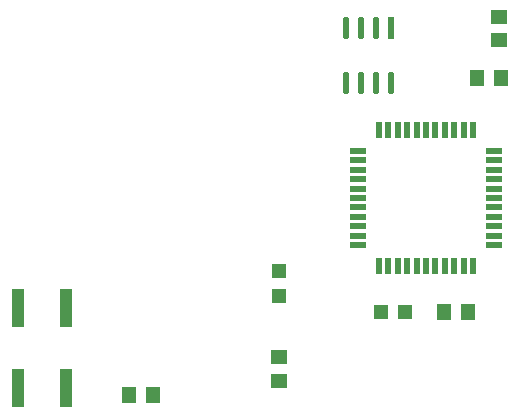
<source format=gtp>
G04*
G04 #@! TF.GenerationSoftware,Altium Limited,Altium Designer,23.1.1 (15)*
G04*
G04 Layer_Color=8421504*
%FSLAX44Y44*%
%MOMM*%
G71*
G04*
G04 #@! TF.SameCoordinates,A958324D-6691-4423-B282-4C8B23E47DD7*
G04*
G04*
G04 #@! TF.FilePolarity,Positive*
G04*
G01*
G75*
%ADD14R,1.0000X3.2000*%
%ADD15R,1.2000X1.4500*%
%ADD16R,1.2000X1.2000*%
%ADD17R,1.2000X1.2000*%
%ADD18R,1.4732X0.5080*%
%ADD19R,0.5080X1.4732*%
%ADD20R,1.4500X1.2000*%
G04:AMPARAMS|DCode=21|XSize=1.8741mm|YSize=0.5434mm|CornerRadius=0.2717mm|HoleSize=0mm|Usage=FLASHONLY|Rotation=270.000|XOffset=0mm|YOffset=0mm|HoleType=Round|Shape=RoundedRectangle|*
%AMROUNDEDRECTD21*
21,1,1.8741,0.0000,0,0,270.0*
21,1,1.3307,0.5434,0,0,270.0*
1,1,0.5434,0.0000,-0.6653*
1,1,0.5434,0.0000,0.6653*
1,1,0.5434,0.0000,0.6653*
1,1,0.5434,0.0000,-0.6653*
%
%ADD21ROUNDEDRECTD21*%
%ADD22R,0.5434X1.8741*%
D14*
X679770Y609310D02*
D03*
Y541310D02*
D03*
X719770Y609310D02*
D03*
Y541310D02*
D03*
D15*
X793590Y535940D02*
D03*
X773590D02*
D03*
X1060290Y605790D02*
D03*
X1040290D02*
D03*
X1088390Y803910D02*
D03*
X1068390D02*
D03*
D16*
X900430Y640760D02*
D03*
Y619760D02*
D03*
D17*
X986450Y605790D02*
D03*
X1007450D02*
D03*
D18*
X967486Y742188D02*
D03*
Y734314D02*
D03*
Y726186D02*
D03*
Y718312D02*
D03*
Y710184D02*
D03*
Y702310D02*
D03*
Y694436D02*
D03*
Y686308D02*
D03*
Y678434D02*
D03*
Y670306D02*
D03*
Y662432D02*
D03*
X1082294D02*
D03*
Y670306D02*
D03*
Y678434D02*
D03*
Y686308D02*
D03*
Y694436D02*
D03*
Y702310D02*
D03*
Y710184D02*
D03*
Y718312D02*
D03*
Y726186D02*
D03*
Y734314D02*
D03*
Y742188D02*
D03*
D19*
X985012Y644906D02*
D03*
X992886D02*
D03*
X1001014D02*
D03*
X1008888D02*
D03*
X1017016D02*
D03*
X1024890D02*
D03*
X1032764D02*
D03*
X1040892D02*
D03*
X1048766D02*
D03*
X1056894D02*
D03*
X1064768D02*
D03*
Y759714D02*
D03*
X1056894D02*
D03*
X1048766D02*
D03*
X1040892D02*
D03*
X1032764D02*
D03*
X1024890D02*
D03*
X1017016D02*
D03*
X1008888D02*
D03*
X1001014D02*
D03*
X992886D02*
D03*
X985012D02*
D03*
D20*
X1087120Y855820D02*
D03*
Y835820D02*
D03*
X900430Y547690D02*
D03*
Y567690D02*
D03*
D21*
X995680Y799799D02*
D03*
X982980D02*
D03*
X970280D02*
D03*
X957580D02*
D03*
Y846121D02*
D03*
X970280D02*
D03*
X982980D02*
D03*
D22*
X995680D02*
D03*
M02*

</source>
